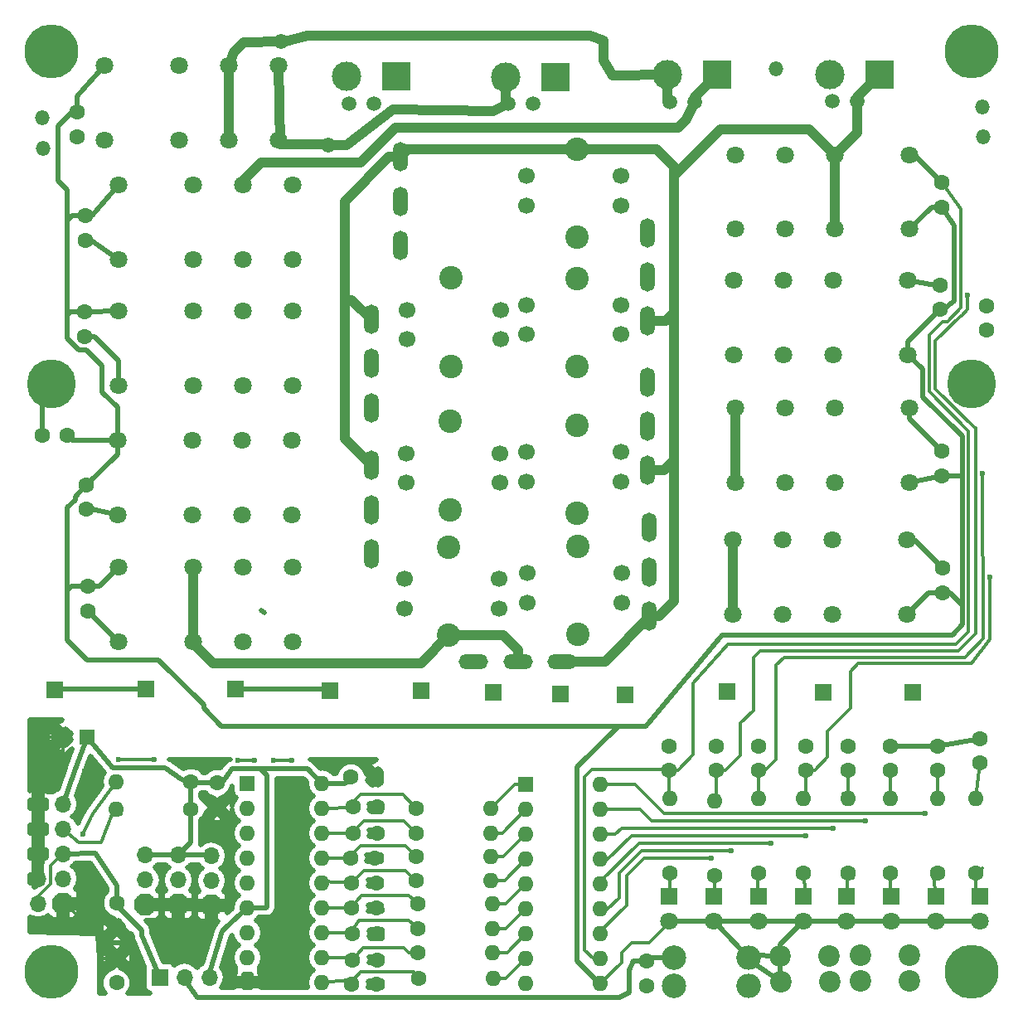
<source format=gbr>
G04 #@! TF.FileFunction,Copper,L2,Bot,Signal*
%FSLAX46Y46*%
G04 Gerber Fmt 4.6, Leading zero omitted, Abs format (unit mm)*
G04 Created by KiCad (PCBNEW 4.0.7) date 11/29/19 16:36:47*
%MOMM*%
%LPD*%
G01*
G04 APERTURE LIST*
%ADD10C,0.100000*%
%ADD11C,1.600000*%
%ADD12R,1.600000X1.600000*%
%ADD13O,1.600000X1.600000*%
%ADD14C,2.500000*%
%ADD15O,2.500000X2.500000*%
%ADD16R,1.800000X1.800000*%
%ADD17C,1.800000*%
%ADD18R,1.700000X1.700000*%
%ADD19O,1.700000X1.700000*%
%ADD20C,5.500000*%
%ADD21O,1.500000X3.000000*%
%ADD22O,3.000000X1.500000*%
%ADD23C,2.200000*%
%ADD24C,1.700000*%
%ADD25C,2.400000*%
%ADD26O,1.500000X1.500000*%
%ADD27C,1.500000*%
%ADD28R,3.000000X3.000000*%
%ADD29C,3.000000*%
%ADD30C,5.000000*%
%ADD31C,0.600000*%
%ADD32C,0.500000*%
%ADD33C,0.350000*%
%ADD34C,1.000000*%
G04 APERTURE END LIST*
D10*
D11*
X52100000Y-92250000D03*
X54600000Y-92250000D03*
D12*
X73025000Y-127762000D03*
D13*
X80645000Y-148082000D03*
X73025000Y-130302000D03*
X80645000Y-145542000D03*
X73025000Y-132842000D03*
X80645000Y-143002000D03*
X73025000Y-135382000D03*
X80645000Y-140462000D03*
X73025000Y-137922000D03*
X80645000Y-137922000D03*
X73025000Y-140462000D03*
X80645000Y-135382000D03*
X73025000Y-143002000D03*
X80645000Y-132842000D03*
X73025000Y-145542000D03*
X80645000Y-130302000D03*
X73025000Y-148082000D03*
X80645000Y-127762000D03*
D14*
X116586000Y-145542000D03*
D15*
X124206000Y-145542000D03*
D16*
X138811000Y-139319000D03*
D17*
X138811000Y-141859000D03*
D11*
X67259200Y-127609600D03*
D13*
X59639200Y-127609600D03*
D16*
X125222000Y-139319000D03*
D17*
X125222000Y-141859000D03*
D11*
X143510000Y-136906000D03*
D13*
X143510000Y-129286000D03*
D16*
X120650000Y-139319000D03*
D17*
X120650000Y-141859000D03*
D12*
X101473000Y-127889000D03*
D13*
X109093000Y-148209000D03*
X101473000Y-130429000D03*
X109093000Y-145669000D03*
X101473000Y-132969000D03*
X109093000Y-143129000D03*
X101473000Y-135509000D03*
X109093000Y-140589000D03*
X101473000Y-138049000D03*
X109093000Y-138049000D03*
X101473000Y-140589000D03*
X109093000Y-135509000D03*
X101473000Y-143129000D03*
X109093000Y-132969000D03*
X101473000Y-145669000D03*
X109093000Y-130429000D03*
X101473000Y-148209000D03*
X109093000Y-127889000D03*
D11*
X116078000Y-123952000D03*
X116078000Y-126452000D03*
X120904000Y-123952000D03*
X120904000Y-126452000D03*
X125222000Y-123952000D03*
X125222000Y-126452000D03*
X130048000Y-123952000D03*
X130048000Y-126452000D03*
X134366000Y-123952000D03*
X134366000Y-126452000D03*
X138684000Y-123952000D03*
X138684000Y-126452000D03*
X143510000Y-123952000D03*
X143510000Y-126452000D03*
X147828000Y-123190000D03*
X147828000Y-125690000D03*
X69926200Y-130225800D03*
X69926200Y-127725800D03*
D18*
X69342000Y-140258800D03*
D19*
X69342000Y-137718800D03*
X69342000Y-135178800D03*
D18*
X65963800Y-140182600D03*
D19*
X65963800Y-137642600D03*
X65963800Y-135102600D03*
D18*
X62611000Y-140182600D03*
D19*
X62611000Y-137642600D03*
X62611000Y-135102600D03*
D11*
X67259200Y-130378200D03*
D13*
X59639200Y-130378200D03*
D20*
X53000000Y-147000000D03*
X147002500Y-147002500D03*
D16*
X129794000Y-139319000D03*
D17*
X129794000Y-141859000D03*
D16*
X134239000Y-139319000D03*
D17*
X134239000Y-141859000D03*
D16*
X143383000Y-139319000D03*
D17*
X143383000Y-141859000D03*
D16*
X147828000Y-139319000D03*
D17*
X147828000Y-141859000D03*
D11*
X116141500Y-136969500D03*
D13*
X116141500Y-129349500D03*
D11*
X120777000Y-137160000D03*
D13*
X120777000Y-129540000D03*
D11*
X125222000Y-136906000D03*
D13*
X125222000Y-129286000D03*
D11*
X129794000Y-136906000D03*
D13*
X129794000Y-129286000D03*
D11*
X134366000Y-136906000D03*
D13*
X134366000Y-129286000D03*
D11*
X138684000Y-136906000D03*
D13*
X138684000Y-129286000D03*
D11*
X147447000Y-136906000D03*
D13*
X147447000Y-129286000D03*
D11*
X86106000Y-127152400D03*
X83606000Y-127152400D03*
D21*
X88646000Y-68326000D03*
X88646000Y-63826000D03*
X88646000Y-72826000D03*
X85661500Y-84899500D03*
X85661500Y-80399500D03*
X85661500Y-89399500D03*
X85725000Y-99822000D03*
X85725000Y-95322000D03*
X85725000Y-104322000D03*
X114046000Y-106172000D03*
X114046000Y-110672000D03*
X114046000Y-101672000D03*
X113880000Y-91310000D03*
X113880000Y-95810000D03*
X113880000Y-86810000D03*
X113875000Y-76050000D03*
X113875000Y-80550000D03*
X113875000Y-71550000D03*
D22*
X100647500Y-115316000D03*
X105147500Y-115316000D03*
X96147500Y-115316000D03*
D18*
X140970000Y-118491000D03*
X111569500Y-118745000D03*
X90805000Y-118300500D03*
X98107500Y-118491000D03*
X53340000Y-118237000D03*
X81470500Y-118300500D03*
X105029000Y-118681500D03*
X62674500Y-118173500D03*
X71818500Y-118173500D03*
X121983500Y-118364000D03*
X131826000Y-118491000D03*
D11*
X90297000Y-130302000D03*
D13*
X97917000Y-130302000D03*
D11*
X90297000Y-132842000D03*
D13*
X97917000Y-132842000D03*
D11*
X90297000Y-135255000D03*
D13*
X97917000Y-135255000D03*
D11*
X90297000Y-137668000D03*
D13*
X97917000Y-137668000D03*
D11*
X90424000Y-140081000D03*
D13*
X98044000Y-140081000D03*
D11*
X90424000Y-142621000D03*
D13*
X98044000Y-142621000D03*
D11*
X90424000Y-145034000D03*
D13*
X98044000Y-145034000D03*
D11*
X90551000Y-147701000D03*
D13*
X98171000Y-147701000D03*
D16*
X116078000Y-139319000D03*
D17*
X116078000Y-141859000D03*
D11*
X83820000Y-130175000D03*
X86320000Y-130175000D03*
X83820000Y-132842000D03*
X86320000Y-132842000D03*
X83566000Y-135382000D03*
X86066000Y-135382000D03*
X83693000Y-137922000D03*
X86193000Y-137922000D03*
X83693000Y-140525500D03*
X86193000Y-140525500D03*
X83756500Y-143129000D03*
X86256500Y-143129000D03*
X83756500Y-145796000D03*
X86256500Y-145796000D03*
X83693000Y-148272500D03*
X86193000Y-148272500D03*
D14*
X116586000Y-148463000D03*
D15*
X124206000Y-148463000D03*
D11*
X59664600Y-148132800D03*
X59664600Y-145632800D03*
X59690000Y-142494000D03*
X59690000Y-139994000D03*
D18*
X54203600Y-140035280D03*
D19*
X51663600Y-140035280D03*
X54203600Y-137495280D03*
X51663600Y-137495280D03*
X54203600Y-134955280D03*
X51663600Y-134955280D03*
X54203600Y-132415280D03*
X51663600Y-132415280D03*
X54203600Y-129875280D03*
X51663600Y-129875280D03*
D11*
X55676800Y-59232800D03*
X55676800Y-61732800D03*
X56400000Y-79650000D03*
X56400000Y-82150000D03*
X56600000Y-97300000D03*
X56600000Y-99800000D03*
X56718200Y-107670600D03*
X56718200Y-110170600D03*
X56464200Y-69799200D03*
X56464200Y-72299200D03*
X143992600Y-108305600D03*
X143992600Y-105805600D03*
X143950000Y-96350000D03*
X143950000Y-93850000D03*
X143800000Y-79400000D03*
X143800000Y-76900000D03*
X143941800Y-68910200D03*
X143941800Y-66410200D03*
D12*
X56657240Y-123027440D03*
D11*
X54157240Y-123027440D03*
D23*
X127508000Y-148005800D03*
X132508000Y-148005800D03*
X140665200Y-147980400D03*
X135665200Y-147980400D03*
D18*
X64068960Y-147579080D03*
D19*
X66608960Y-147579080D03*
X69148960Y-147579080D03*
D11*
X113792000Y-148437600D03*
X113792000Y-145937600D03*
D23*
X127467360Y-145409920D03*
X132467360Y-145409920D03*
X140655040Y-145348960D03*
X135655040Y-145348960D03*
D20*
X147000000Y-53000000D03*
D24*
X89208000Y-94079000D03*
X89208000Y-97079000D03*
X98811000Y-94079000D03*
X98811000Y-97079000D03*
D25*
X93700000Y-90825000D03*
X93700000Y-99825000D03*
D24*
X89107000Y-106902500D03*
X89107000Y-109902500D03*
X98710000Y-106902500D03*
X98710000Y-109902500D03*
D25*
X93599000Y-103648500D03*
X93599000Y-112648500D03*
D24*
X111235500Y-109315000D03*
X111235500Y-106315000D03*
X101632500Y-109315000D03*
X101632500Y-106315000D03*
D25*
X106743500Y-112569000D03*
X106743500Y-103569000D03*
D24*
X111167000Y-96946000D03*
X111167000Y-93946000D03*
X101564000Y-96946000D03*
X101564000Y-93946000D03*
D25*
X106675000Y-100200000D03*
X106675000Y-91200000D03*
D24*
X111167000Y-68771000D03*
X111167000Y-65771000D03*
X101564000Y-68771000D03*
X101564000Y-65771000D03*
D25*
X106675000Y-72025000D03*
X106675000Y-63025000D03*
D24*
X111167000Y-81946000D03*
X111167000Y-78946000D03*
X101564000Y-81946000D03*
X101564000Y-78946000D03*
D25*
X106675000Y-85200000D03*
X106675000Y-76200000D03*
D24*
X89308000Y-79429000D03*
X89308000Y-82429000D03*
X98911000Y-79429000D03*
X98911000Y-82429000D03*
D25*
X93800000Y-76175000D03*
X93800000Y-85175000D03*
D17*
X66088240Y-54493000D03*
X76248240Y-54493000D03*
X71168240Y-54493000D03*
X71168240Y-62093000D03*
X66088240Y-62093000D03*
X76248240Y-62093000D03*
X58468240Y-54493000D03*
X58468240Y-62093000D03*
X67470000Y-66685000D03*
X77630000Y-66685000D03*
X72550000Y-66685000D03*
X72550000Y-74285000D03*
X67470000Y-74285000D03*
X77630000Y-74285000D03*
X59850000Y-66685000D03*
X59850000Y-74285000D03*
X67470000Y-79512000D03*
X77630000Y-79512000D03*
X72550000Y-79512000D03*
X72550000Y-87112000D03*
X67470000Y-87112000D03*
X77630000Y-87112000D03*
X59850000Y-79512000D03*
X59850000Y-87112000D03*
X67368400Y-92770800D03*
X77528400Y-92770800D03*
X72448400Y-92770800D03*
X72448400Y-100370800D03*
X67368400Y-100370800D03*
X77528400Y-100370800D03*
X59748400Y-92770800D03*
X59748400Y-100370800D03*
X67495400Y-105724800D03*
X77655400Y-105724800D03*
X72575400Y-105724800D03*
X72575400Y-113324800D03*
X67495400Y-113324800D03*
X77655400Y-113324800D03*
X59875400Y-105724800D03*
X59875400Y-113324800D03*
X132732800Y-110530800D03*
X122572800Y-110530800D03*
X127652800Y-110530800D03*
X127652800Y-102930800D03*
X132732800Y-102930800D03*
X122572800Y-102930800D03*
X140352800Y-110530800D03*
X140352800Y-102930800D03*
X133012200Y-97068800D03*
X122852200Y-97068800D03*
X127932200Y-97068800D03*
X127932200Y-89468800D03*
X133012200Y-89468800D03*
X122852200Y-89468800D03*
X140632200Y-97068800D03*
X140632200Y-89468800D03*
X132885200Y-83987800D03*
X122725200Y-83987800D03*
X127805200Y-83987800D03*
X127805200Y-76387800D03*
X132885200Y-76387800D03*
X122725200Y-76387800D03*
X140505200Y-83987800D03*
X140505200Y-76387800D03*
X133012200Y-71186200D03*
X122852200Y-71186200D03*
X127932200Y-71186200D03*
X127932200Y-63586200D03*
X133012200Y-63586200D03*
X122852200Y-63586200D03*
X140632200Y-71186200D03*
X140632200Y-63586200D03*
D26*
X127000000Y-54800500D03*
X81254600Y-62560200D03*
X148107400Y-58714640D03*
X148148040Y-61762640D03*
X52151280Y-62976760D03*
X52095400Y-59791600D03*
D20*
X53000000Y-53000000D03*
D26*
X76459080Y-52024280D03*
D27*
X135331200Y-58150800D03*
X132791200Y-58150800D03*
D28*
X137617200Y-55422800D03*
D29*
X132537200Y-55422800D03*
D27*
X118681500Y-58163500D03*
X116141500Y-58163500D03*
D28*
X120967500Y-55435500D03*
D29*
X115887500Y-55435500D03*
D27*
X102235000Y-58354000D03*
X99695000Y-58354000D03*
D28*
X104521000Y-55626000D03*
D29*
X99441000Y-55626000D03*
D27*
X85953600Y-58328600D03*
X83413600Y-58328600D03*
D28*
X88239600Y-55600600D03*
D29*
X83159600Y-55600600D03*
D11*
X148550000Y-81500000D03*
X148550000Y-79000000D03*
D30*
X53000000Y-87000000D03*
X147000000Y-87000000D03*
D31*
X76517500Y-147828000D03*
X76835000Y-145415000D03*
X76898500Y-142811500D03*
X76835000Y-140271500D03*
X77279500Y-137160000D03*
X77216000Y-134620000D03*
X77343000Y-132080000D03*
X77406500Y-129794000D03*
X77406500Y-127635000D03*
X54483000Y-125730000D03*
X56388000Y-126492000D03*
X57975500Y-126365000D03*
X59880500Y-125349000D03*
X63500000Y-125349000D03*
X66040000Y-125476000D03*
X69088000Y-125476000D03*
X72072500Y-125412500D03*
X73787000Y-125412500D03*
X75692000Y-125412500D03*
X77597000Y-125412500D03*
X57975500Y-145351500D03*
X57721500Y-143637000D03*
X57277000Y-141986000D03*
X56007000Y-141605000D03*
X51244500Y-127889000D03*
X51181000Y-126365000D03*
X51308000Y-124650500D03*
X51689000Y-122682000D03*
X146600000Y-77950000D03*
X120396000Y-135382000D03*
X148100000Y-96100000D03*
X122428000Y-134620000D03*
X148854160Y-106710480D03*
X126492000Y-133858000D03*
X130048000Y-133096000D03*
X132842000Y-132334000D03*
X136144000Y-131572000D03*
X142240000Y-130810000D03*
X56261000Y-132918200D03*
D32*
X74461600Y-110083600D02*
X74772000Y-110394000D01*
D33*
X74461600Y-110083600D02*
X74772000Y-110394000D01*
D34*
X67495400Y-113324800D02*
X67495400Y-105724800D01*
X67495400Y-113324800D02*
X67495400Y-113444000D01*
X67495400Y-113444000D02*
X69545200Y-115493800D01*
X74879200Y-115493800D02*
X90741000Y-115506500D01*
X90741000Y-115506500D02*
X93599000Y-112648500D01*
X69545200Y-115493800D02*
X74879200Y-115493800D01*
X93599000Y-112648500D02*
X99123000Y-112648500D01*
X100647500Y-114173000D02*
X100647500Y-115316000D01*
X99123000Y-112648500D02*
X100647500Y-114173000D01*
X122572800Y-102930800D02*
X122572800Y-110530800D01*
X122852200Y-89468800D02*
X122852200Y-97068800D01*
X118681500Y-58163500D02*
X117906800Y-59969400D01*
X117043200Y-60833000D02*
X114173000Y-60833000D01*
X117906800Y-59969400D02*
X117043200Y-60833000D01*
X118681500Y-58163500D02*
X118681500Y-57721500D01*
X118681500Y-57721500D02*
X120967500Y-55435500D01*
X72550000Y-66685000D02*
X72550000Y-66261000D01*
X72550000Y-66261000D02*
X74422000Y-64389000D01*
X88138000Y-60833000D02*
X114173000Y-60833000D01*
X84582000Y-64389000D02*
X88138000Y-60833000D01*
X74422000Y-64389000D02*
X84582000Y-64389000D01*
D33*
X76835000Y-142875000D02*
X76835000Y-145415000D01*
X76898500Y-142811500D02*
X76835000Y-142875000D01*
X76835000Y-137604500D02*
X76835000Y-140271500D01*
X77279500Y-137160000D02*
X76835000Y-137604500D01*
X77216000Y-132207000D02*
X77216000Y-134620000D01*
X77343000Y-132080000D02*
X77216000Y-132207000D01*
X77406500Y-127635000D02*
X77406500Y-129794000D01*
X54157240Y-125404240D02*
X54483000Y-125730000D01*
X56388000Y-126492000D02*
X56515000Y-126365000D01*
X56515000Y-126365000D02*
X57975500Y-126365000D01*
X59880500Y-125349000D02*
X63500000Y-125349000D01*
X66040000Y-125476000D02*
X69088000Y-125476000D01*
X72072500Y-125412500D02*
X73787000Y-125412500D01*
X75692000Y-125412500D02*
X77597000Y-125412500D01*
X54157240Y-123027440D02*
X54157240Y-125404240D01*
X54203600Y-140035280D02*
X54437280Y-140035280D01*
X54437280Y-140035280D02*
X56007000Y-141605000D01*
X58256800Y-145632800D02*
X59664600Y-145632800D01*
X57975500Y-145351500D02*
X58256800Y-145632800D01*
X57721500Y-142430500D02*
X57721500Y-143637000D01*
X57277000Y-141986000D02*
X57721500Y-142430500D01*
X54157240Y-123027440D02*
X52034440Y-123027440D01*
X51663600Y-128308100D02*
X51663600Y-129875280D01*
X51244500Y-127889000D02*
X51663600Y-128308100D01*
X51181000Y-124777500D02*
X51181000Y-126365000D01*
X51308000Y-124650500D02*
X51181000Y-124777500D01*
X52034440Y-123027440D02*
X51689000Y-122682000D01*
X146685000Y-91900000D02*
X146685000Y-91785000D01*
X144500000Y-80600000D02*
X145885000Y-79215000D01*
X144000000Y-80600000D02*
X144500000Y-80600000D01*
X142650000Y-81950000D02*
X144000000Y-80600000D01*
X142650000Y-87750000D02*
X142650000Y-81950000D01*
X146685000Y-91785000D02*
X142650000Y-87750000D01*
X145885000Y-79215000D02*
X145885000Y-69153400D01*
X145885000Y-69153400D02*
X143941800Y-66410200D01*
X146685000Y-112318800D02*
X146685000Y-91900000D01*
X116981600Y-126452000D02*
X118567200Y-124866400D01*
X118567200Y-124866400D02*
X118562120Y-117561360D01*
X118562120Y-117561360D02*
X122072400Y-113588800D01*
X122072400Y-113588800D02*
X145415000Y-113588800D01*
X145415000Y-113588800D02*
X146685000Y-112318800D01*
X116078000Y-126452000D02*
X116981600Y-126452000D01*
D32*
X140632200Y-63586200D02*
X141117800Y-63586200D01*
X141117800Y-63586200D02*
X143941800Y-66410200D01*
D33*
X109093000Y-145669000D02*
X108369100Y-145669000D01*
X108369100Y-145669000D02*
X107480100Y-144780000D01*
X108242100Y-126377700D02*
X116003700Y-126377700D01*
X107480100Y-127139700D02*
X108242100Y-126377700D01*
X107480100Y-144780000D02*
X107480100Y-127139700D01*
X116003700Y-126377700D02*
X116078000Y-126452000D01*
X116078000Y-126452000D02*
X116078000Y-129286000D01*
X116078000Y-129286000D02*
X116141500Y-129349500D01*
X145863910Y-80013910D02*
X145986090Y-80013910D01*
X146600000Y-79400000D02*
X146600000Y-77950000D01*
X145986090Y-80013910D02*
X146600000Y-79400000D01*
X147396200Y-91450000D02*
X147300000Y-91450000D01*
X143300000Y-82577820D02*
X145863910Y-80013910D01*
X145863910Y-80013910D02*
X145871020Y-80006800D01*
X143300000Y-87450000D02*
X143300000Y-82577820D01*
X147300000Y-91450000D02*
X143300000Y-87450000D01*
X120904000Y-126452000D02*
X121833000Y-126452000D01*
X121833000Y-126452000D02*
X123393200Y-124891800D01*
X123393200Y-124891800D02*
X123393200Y-121640600D01*
X123393200Y-121640600D02*
X124714000Y-120319800D01*
X124714000Y-120319800D02*
X124714000Y-114926202D01*
X124714000Y-114926202D02*
X125365602Y-114274600D01*
X125365602Y-114274600D02*
X145618200Y-114274600D01*
X145618200Y-114274600D02*
X147396200Y-112496600D01*
X147396200Y-112496600D02*
X147396200Y-91450000D01*
D32*
X143800000Y-76900000D02*
X143289000Y-76900000D01*
X143289000Y-76900000D02*
X140505200Y-76387800D01*
D33*
X109093000Y-143129000D02*
X109093000Y-142875000D01*
X109093000Y-142875000D02*
X111760000Y-140208000D01*
X111760000Y-140208000D02*
X111760000Y-137160000D01*
X111760000Y-137160000D02*
X113538000Y-135382000D01*
X113538000Y-135382000D02*
X120396000Y-135382000D01*
X120904000Y-126452000D02*
X120904000Y-129413000D01*
X120904000Y-129413000D02*
X120777000Y-129540000D01*
D32*
X140632200Y-89468800D02*
X140632200Y-90532200D01*
X140632200Y-90532200D02*
X143950000Y-93850000D01*
D33*
X125222000Y-126452000D02*
X125871600Y-126452000D01*
X125871600Y-126452000D02*
X127025400Y-125298200D01*
X127025400Y-125298200D02*
X127025400Y-115722400D01*
X127025400Y-115722400D02*
X127863600Y-114884200D01*
X127863600Y-114884200D02*
X146304000Y-114884200D01*
X146304000Y-114884200D02*
X148137880Y-112963960D01*
X148137880Y-112963960D02*
X148100000Y-96100000D01*
X109093000Y-140589000D02*
X109855000Y-140589000D01*
X109855000Y-140589000D02*
X110998000Y-139446000D01*
X113284000Y-134620000D02*
X122428000Y-134620000D01*
X110998000Y-136906000D02*
X113284000Y-134620000D01*
X110998000Y-139446000D02*
X110998000Y-136906000D01*
X125222000Y-126452000D02*
X125222000Y-129286000D01*
X109093000Y-140589000D02*
X109093000Y-140081000D01*
X130048000Y-126452000D02*
X130951600Y-126452000D01*
X148854160Y-113060480D02*
X148854160Y-106710480D01*
X146964400Y-115519200D02*
X148854160Y-113060480D01*
X135432800Y-115519200D02*
X146964400Y-115519200D01*
X134620000Y-116332000D02*
X135432800Y-115519200D01*
X134620000Y-120116600D02*
X134620000Y-116332000D01*
X132283200Y-122453400D02*
X134620000Y-120116600D01*
X132283200Y-125120400D02*
X132283200Y-122453400D01*
X130951600Y-126452000D02*
X132283200Y-125120400D01*
D32*
X140352800Y-102930800D02*
X141117800Y-102930800D01*
X141117800Y-102930800D02*
X143992600Y-105805600D01*
D33*
X130048000Y-126452000D02*
X130786500Y-126452000D01*
X109093000Y-138049000D02*
X109093000Y-137795000D01*
X109093000Y-137795000D02*
X113030000Y-133858000D01*
X113030000Y-133858000D02*
X126492000Y-133858000D01*
X130048000Y-126452000D02*
X130048000Y-129032000D01*
X130048000Y-129032000D02*
X129794000Y-129286000D01*
D32*
X56718200Y-110170600D02*
X56721200Y-110170600D01*
X56721200Y-110170600D02*
X59875400Y-113324800D01*
D33*
X109093000Y-135509000D02*
X109855000Y-135509000D01*
X109855000Y-135509000D02*
X112268000Y-133096000D01*
X112268000Y-133096000D02*
X130048000Y-133096000D01*
X134366000Y-126452000D02*
X134366000Y-129286000D01*
X133858000Y-128778000D02*
X134366000Y-129286000D01*
D32*
X56600000Y-99800000D02*
X57161800Y-99800000D01*
X57161800Y-99800000D02*
X59748400Y-100370800D01*
D33*
X109093000Y-132969000D02*
X110617000Y-132969000D01*
X111252000Y-132334000D02*
X132842000Y-132334000D01*
X110617000Y-132969000D02*
X111252000Y-132334000D01*
X138684000Y-129286000D02*
X138684000Y-126452000D01*
D32*
X59850000Y-87112000D02*
X59850000Y-84600000D01*
X59850000Y-84600000D02*
X57400000Y-82150000D01*
X57400000Y-82150000D02*
X56400000Y-82150000D01*
D33*
X109093000Y-130429000D02*
X113157000Y-130429000D01*
X114300000Y-131572000D02*
X136144000Y-131572000D01*
X113157000Y-130429000D02*
X114300000Y-131572000D01*
X143510000Y-126452000D02*
X143510000Y-129286000D01*
D32*
X56464200Y-72299200D02*
X57051400Y-72299200D01*
X57051400Y-72299200D02*
X59850000Y-74285000D01*
D33*
X109093000Y-127889000D02*
X112649000Y-127889000D01*
X112649000Y-127889000D02*
X115570000Y-130810000D01*
X115570000Y-130810000D02*
X142240000Y-130810000D01*
X147828000Y-125690000D02*
X147447000Y-129286000D01*
X54203600Y-129875280D02*
X54020720Y-129875280D01*
D32*
X73025000Y-140462000D02*
X74955400Y-140462000D01*
X75046840Y-126959360D02*
X74350880Y-126263400D01*
X75046840Y-140370560D02*
X75046840Y-126959360D01*
X74955400Y-140462000D02*
X75046840Y-140370560D01*
X69148960Y-147579080D02*
X69047360Y-147579080D01*
X69047360Y-147579080D02*
X70469760Y-142890240D01*
X70469760Y-142890240D02*
X70774560Y-142565120D01*
X70774560Y-142565120D02*
X73025000Y-140462000D01*
X65963800Y-135102600D02*
X62611000Y-135102600D01*
X65963800Y-135102600D02*
X69265800Y-135102600D01*
X69265800Y-135102600D02*
X69342000Y-135178800D01*
X67259200Y-130378200D02*
X67259200Y-133807200D01*
X67259200Y-133807200D02*
X65963800Y-135102600D01*
X67259200Y-127609600D02*
X66294000Y-127355600D01*
X59283600Y-126161800D02*
X56657240Y-123027440D01*
X64592200Y-126161800D02*
X59283600Y-126161800D01*
X66294000Y-127355600D02*
X64592200Y-126161800D01*
X69926200Y-127725800D02*
X70445000Y-127725800D01*
X70445000Y-127725800D02*
X71501000Y-126263400D01*
X71501000Y-126263400D02*
X74350880Y-126263400D01*
X79146400Y-126263400D02*
X80645000Y-127762000D01*
X74350880Y-126263400D02*
X79146400Y-126263400D01*
X67259200Y-127609600D02*
X67208400Y-130327400D01*
X67208400Y-130327400D02*
X67259200Y-130378200D01*
X67259200Y-127609600D02*
X69864600Y-127787400D01*
X69864600Y-127787400D02*
X69926200Y-127725800D01*
X80645000Y-127762000D02*
X82996400Y-127762000D01*
X82996400Y-127762000D02*
X83606000Y-127152400D01*
X54203600Y-129875280D02*
X55372000Y-126492000D01*
X55372000Y-126492000D02*
X56769000Y-122875040D01*
D34*
X56769000Y-122875040D02*
X56769000Y-123129040D01*
D33*
X72390000Y-135382000D02*
X73025000Y-135382000D01*
X72898000Y-132842000D02*
X73025000Y-132842000D01*
D34*
X135331200Y-58150800D02*
X135331200Y-57708800D01*
X135331200Y-57708800D02*
X137617200Y-55422800D01*
X133012200Y-63586200D02*
X133035200Y-63586200D01*
X133035200Y-63586200D02*
X135331200Y-61290200D01*
X135331200Y-61290200D02*
X135331200Y-58150800D01*
X113576100Y-63025000D02*
X114802900Y-63025000D01*
X114802900Y-63025000D02*
X116586000Y-64808100D01*
X123786900Y-60960000D02*
X121348500Y-60960000D01*
X123786900Y-60960000D02*
X130386000Y-60960000D01*
X133012200Y-63586200D02*
X130386000Y-60960000D01*
X121348500Y-60960000D02*
X116586000Y-65722500D01*
X133012200Y-71186200D02*
X133012200Y-63586200D01*
X82994500Y-78422500D02*
X83684500Y-78422500D01*
X83684500Y-78422500D02*
X85661500Y-80399500D01*
X88646000Y-63826000D02*
X87494500Y-63826000D01*
X82994500Y-92591500D02*
X85725000Y-95322000D01*
X82994500Y-68326000D02*
X82994500Y-78422500D01*
X82994500Y-78422500D02*
X82994500Y-92591500D01*
X87494500Y-63826000D02*
X82994500Y-68326000D01*
X106675000Y-63025000D02*
X89447000Y-63025000D01*
X89447000Y-63025000D02*
X88646000Y-63826000D01*
X114046000Y-110672000D02*
X114046000Y-110807500D01*
X114046000Y-110807500D02*
X109537500Y-115316000D01*
X109537500Y-115316000D02*
X105147500Y-115316000D01*
X106675000Y-63025000D02*
X113576100Y-63025000D01*
X116586000Y-65722500D02*
X116586000Y-64808100D01*
X113880000Y-95810000D02*
X115581500Y-95810000D01*
X115581500Y-95810000D02*
X116586000Y-94805500D01*
X114046000Y-110672000D02*
X115070500Y-110672000D01*
X116586000Y-109156500D02*
X116586000Y-94805500D01*
X116586000Y-94805500D02*
X116586000Y-79692500D01*
X115070500Y-110672000D02*
X116586000Y-109156500D01*
X113875000Y-80550000D02*
X115728500Y-80550000D01*
X116586000Y-79692500D02*
X116586000Y-65722500D01*
X115728500Y-80550000D02*
X116586000Y-79692500D01*
X76375240Y-62474000D02*
X80914400Y-62474000D01*
X80914400Y-62474000D02*
X81254600Y-62560200D01*
X76248240Y-54493000D02*
X76375240Y-62474000D01*
X81254600Y-62560200D02*
X83174840Y-62560200D01*
X98117700Y-59131200D02*
X99695000Y-58354000D01*
X87929720Y-58983880D02*
X98117700Y-59131200D01*
X83174840Y-62560200D02*
X87929720Y-58983880D01*
X99441000Y-55626000D02*
X99441000Y-58100000D01*
X99441000Y-58100000D02*
X99695000Y-58354000D01*
X98679000Y-56388000D02*
X99441000Y-55626000D01*
D33*
X116141500Y-136969500D02*
X116141500Y-139255500D01*
X116141500Y-139255500D02*
X116078000Y-139319000D01*
X120777000Y-137160000D02*
X120777000Y-139192000D01*
X120777000Y-139192000D02*
X120650000Y-139319000D01*
X125222000Y-136906000D02*
X125095000Y-139192000D01*
X125095000Y-139192000D02*
X125222000Y-139319000D01*
X129794000Y-136906000D02*
X130048000Y-139065000D01*
X130048000Y-139065000D02*
X129794000Y-139319000D01*
X130144520Y-137256520D02*
X129794000Y-136906000D01*
X134239000Y-139319000D02*
X134366000Y-136906000D01*
X134879080Y-137419080D02*
X134366000Y-136906000D01*
X138684000Y-136906000D02*
X138684000Y-139192000D01*
X138684000Y-139192000D02*
X138811000Y-139319000D01*
X143383000Y-139319000D02*
X143129000Y-137287000D01*
X143129000Y-137287000D02*
X143510000Y-136906000D01*
X147447000Y-136906000D02*
X147447000Y-138938000D01*
X147447000Y-138938000D02*
X147828000Y-139319000D01*
X148463000Y-138684000D02*
X147828000Y-139319000D01*
X147929600Y-136601200D02*
X148082000Y-136448800D01*
D32*
X53403500Y-118173500D02*
X53340000Y-118237000D01*
X62674500Y-118173500D02*
X53403500Y-118173500D01*
X71818500Y-118173500D02*
X81343500Y-118173500D01*
X81343500Y-118173500D02*
X81470500Y-118300500D01*
X104838500Y-118491000D02*
X105029000Y-118681500D01*
X97917000Y-118300500D02*
X98107500Y-118491000D01*
X62611000Y-118237000D02*
X62674500Y-118173500D01*
X143510000Y-123952000D02*
X147828000Y-123190000D01*
X143510000Y-123952000D02*
X138684000Y-123952000D01*
X56400000Y-79650000D02*
X54950000Y-79650000D01*
X54950000Y-79650000D02*
X54660800Y-79939200D01*
X59748400Y-92770800D02*
X55120800Y-92770800D01*
X55120800Y-92770800D02*
X54600000Y-92250000D01*
X55425000Y-98475000D02*
X55425000Y-98875000D01*
X55425000Y-98875000D02*
X54660800Y-99639200D01*
X59748400Y-92770800D02*
X59748400Y-89348400D01*
X54660800Y-82270600D02*
X54660800Y-79939200D01*
X54660800Y-82360800D02*
X54660800Y-82270600D01*
X59748400Y-89348400D02*
X58200000Y-87800000D01*
X58200000Y-87800000D02*
X58200000Y-85100000D01*
X58200000Y-85100000D02*
X56600000Y-83500000D01*
X56600000Y-83500000D02*
X55800000Y-83500000D01*
X55800000Y-83500000D02*
X54660800Y-82360800D01*
X59748400Y-92770800D02*
X59748400Y-94151600D01*
X59748400Y-94151600D02*
X56600000Y-97300000D01*
X55425000Y-98475000D02*
X56600000Y-97300000D01*
X146050000Y-96342200D02*
X146050000Y-92350000D01*
X145800000Y-92100000D02*
X142000000Y-88300000D01*
X142000000Y-88300000D02*
X142000000Y-85482600D01*
X142000000Y-85482600D02*
X140505200Y-83987800D01*
X146050000Y-92350000D02*
X145800000Y-92100000D01*
X140505200Y-83987800D02*
X140505200Y-82694800D01*
X140505200Y-82694800D02*
X143800000Y-79400000D01*
X143800000Y-79400000D02*
X144093992Y-79400000D01*
X144093992Y-79400000D02*
X145214495Y-78499836D01*
X145214495Y-78499836D02*
X145224493Y-78499836D01*
X145224493Y-78499836D02*
X145214495Y-78499836D01*
X55676800Y-59232800D02*
X55676800Y-57624800D01*
X55676800Y-57624800D02*
X58468240Y-54493000D01*
X55676800Y-59232800D02*
X55118000Y-59232800D01*
X55118000Y-59232800D02*
X53695600Y-60655200D01*
X53695600Y-60655200D02*
X53695600Y-66243200D01*
X53695600Y-66243200D02*
X54660800Y-67208400D01*
X56464200Y-69799200D02*
X57193000Y-69799200D01*
X57193000Y-69799200D02*
X59850000Y-66685000D01*
X56464200Y-69799200D02*
X55168800Y-69799200D01*
X55168800Y-69799200D02*
X54660800Y-70307200D01*
X63855600Y-115163600D02*
X63957200Y-115163600D01*
X63957200Y-115163600D02*
X68580000Y-119786400D01*
X56642000Y-115163600D02*
X63855600Y-115163600D01*
X68580000Y-120116600D02*
X70383400Y-121920000D01*
X68580000Y-119786400D02*
X68580000Y-120116600D01*
X56718200Y-107670600D02*
X55041800Y-107670600D01*
X55041800Y-107670600D02*
X54660800Y-108051600D01*
X111404400Y-121920000D02*
X70383400Y-121920000D01*
X56642000Y-115163600D02*
X54660800Y-113182400D01*
X54660800Y-113182400D02*
X54660800Y-108051600D01*
X54660800Y-108051600D02*
X54660800Y-99639200D01*
X54660800Y-79939200D02*
X54660800Y-70307200D01*
X54660800Y-70307200D02*
X54660800Y-67208400D01*
X143992600Y-108305600D02*
X144780000Y-108305600D01*
X144780000Y-108305600D02*
X146050000Y-109575600D01*
X143950000Y-96350000D02*
X144077000Y-96350000D01*
X144077000Y-96350000D02*
X146050000Y-96342200D01*
X109093000Y-148209000D02*
X108991400Y-148209000D01*
X108991400Y-148209000D02*
X106680000Y-145897600D01*
X145250000Y-70818400D02*
X143941800Y-68910200D01*
X146050000Y-111506000D02*
X146050000Y-109575600D01*
X146050000Y-109575600D02*
X146050000Y-96342200D01*
X145214495Y-78499836D02*
X145250000Y-70818400D01*
X145064480Y-112628680D02*
X146050000Y-111506000D01*
X121488200Y-112623600D02*
X145064480Y-112628680D01*
X113715800Y-121920000D02*
X121488200Y-112623600D01*
X110896400Y-121920000D02*
X111404400Y-121920000D01*
X111404400Y-121920000D02*
X113715800Y-121920000D01*
X106680000Y-126136400D02*
X110896400Y-121920000D01*
X106680000Y-145897600D02*
X106680000Y-126136400D01*
X56718200Y-107670600D02*
X57929600Y-107670600D01*
X57929600Y-107670600D02*
X59875400Y-105724800D01*
X56400000Y-79650000D02*
X56595400Y-79650000D01*
X56595400Y-79650000D02*
X59850000Y-79512000D01*
X143992600Y-108305600D02*
X142578000Y-108305600D01*
X142578000Y-108305600D02*
X140352800Y-110530800D01*
X143950000Y-96350000D02*
X143100000Y-96550000D01*
X143100000Y-96550000D02*
X140632200Y-97068800D01*
X143941800Y-68910200D02*
X142908200Y-68910200D01*
X142908200Y-68910200D02*
X140632200Y-71186200D01*
X127467360Y-145409920D02*
X127467360Y-144185640D01*
X127467360Y-144185640D02*
X129794000Y-141859000D01*
X127467360Y-145409920D02*
X127467360Y-147965160D01*
X127467360Y-147965160D02*
X127508000Y-148005800D01*
X127467360Y-145409920D02*
X124439680Y-145308320D01*
X124439680Y-145308320D02*
X124206000Y-145542000D01*
D33*
X116078000Y-141859000D02*
X116078000Y-141986000D01*
X116078000Y-141986000D02*
X114046000Y-144018000D01*
X111252000Y-146050000D02*
X109093000Y-148209000D01*
X111252000Y-145034000D02*
X111252000Y-146050000D01*
X112268000Y-144018000D02*
X111252000Y-145034000D01*
X114046000Y-144018000D02*
X112268000Y-144018000D01*
D32*
X124206000Y-145542000D02*
X123291600Y-145135600D01*
X123291600Y-145135600D02*
X127508000Y-148005800D01*
X124206000Y-145542000D02*
X121259600Y-142468600D01*
X121259600Y-142468600D02*
X120650000Y-141859000D01*
X147828000Y-141859000D02*
X143383000Y-141859000D01*
X143383000Y-141859000D02*
X138811000Y-141859000D01*
X134239000Y-141859000D02*
X138811000Y-141859000D01*
X129794000Y-141859000D02*
X134239000Y-141859000D01*
X125222000Y-141859000D02*
X129794000Y-141859000D01*
X120650000Y-141859000D02*
X125222000Y-141859000D01*
X116078000Y-141859000D02*
X120650000Y-141859000D01*
X109093000Y-148209000D02*
X109093000Y-147891500D01*
D33*
X83820000Y-130175000D02*
X83820000Y-129667000D01*
X83820000Y-129667000D02*
X84582000Y-128905000D01*
X88900000Y-128905000D02*
X90297000Y-130302000D01*
X84582000Y-128905000D02*
X88900000Y-128905000D01*
X83820000Y-130175000D02*
X80772000Y-130429000D01*
X80772000Y-130429000D02*
X80645000Y-130302000D01*
X101473000Y-127889000D02*
X100330000Y-127889000D01*
X100330000Y-127889000D02*
X97917000Y-130302000D01*
X83820000Y-132842000D02*
X83820000Y-132715000D01*
X83820000Y-132715000D02*
X84963000Y-131572000D01*
X89027000Y-131572000D02*
X90297000Y-132842000D01*
X84963000Y-131572000D02*
X89027000Y-131572000D01*
X80645000Y-132842000D02*
X83820000Y-132842000D01*
X97917000Y-132842000D02*
X99060000Y-132842000D01*
X99060000Y-132842000D02*
X101473000Y-130429000D01*
X83566000Y-135382000D02*
X83566000Y-135128000D01*
X83566000Y-135128000D02*
X84582000Y-134112000D01*
X89154000Y-134112000D02*
X90297000Y-135255000D01*
X84582000Y-134112000D02*
X89154000Y-134112000D01*
X83566000Y-135382000D02*
X80645000Y-135382000D01*
X97917000Y-135255000D02*
X99187000Y-135255000D01*
X99187000Y-135255000D02*
X101473000Y-132969000D01*
X83693000Y-137922000D02*
X84963000Y-136652000D01*
X89154000Y-136652000D02*
X90170000Y-137668000D01*
X84963000Y-136652000D02*
X89154000Y-136652000D01*
X90170000Y-137668000D02*
X90297000Y-137668000D01*
X83693000Y-137922000D02*
X80772000Y-137795000D01*
X80772000Y-137795000D02*
X80645000Y-137922000D01*
X97917000Y-137668000D02*
X99314000Y-137668000D01*
X99314000Y-137668000D02*
X101473000Y-135509000D01*
X83693000Y-140525500D02*
X83693000Y-140398500D01*
X83693000Y-140398500D02*
X84709000Y-139192000D01*
X89535000Y-139192000D02*
X90424000Y-140081000D01*
X84709000Y-139192000D02*
X89535000Y-139192000D01*
X80645000Y-140462000D02*
X83693000Y-140525500D01*
X98044000Y-140081000D02*
X99441000Y-140081000D01*
X99441000Y-140081000D02*
X101473000Y-138049000D01*
X83756500Y-143129000D02*
X83756500Y-142748000D01*
X83756500Y-142748000D02*
X84455000Y-141732000D01*
X89535000Y-141732000D02*
X90424000Y-142621000D01*
X84455000Y-141732000D02*
X89535000Y-141732000D01*
X80645000Y-143002000D02*
X83629500Y-143002000D01*
X83629500Y-143002000D02*
X83756500Y-143129000D01*
X98044000Y-142621000D02*
X99441000Y-142621000D01*
X99441000Y-142621000D02*
X101473000Y-140589000D01*
X83756500Y-145796000D02*
X84836000Y-144526000D01*
X89535000Y-145034000D02*
X90424000Y-145034000D01*
X89027000Y-144526000D02*
X89535000Y-145034000D01*
X84836000Y-144526000D02*
X89027000Y-144526000D01*
X80645000Y-145542000D02*
X83502500Y-145542000D01*
X83502500Y-145542000D02*
X83756500Y-145796000D01*
X98044000Y-145034000D02*
X99568000Y-145034000D01*
X99568000Y-145034000D02*
X101473000Y-143129000D01*
X83693000Y-148272500D02*
X83693000Y-148018500D01*
X83693000Y-148018500D02*
X84582000Y-147002500D01*
X84582000Y-147002500D02*
X90043000Y-147002500D01*
X90043000Y-147002500D02*
X90551000Y-147701000D01*
X80645000Y-148082000D02*
X83312000Y-147891500D01*
X83312000Y-147891500D02*
X83693000Y-148272500D01*
X98171000Y-147701000D02*
X99441000Y-147701000D01*
X99441000Y-147701000D02*
X101473000Y-145669000D01*
X54203600Y-134955280D02*
X54122320Y-134955280D01*
X54122320Y-134955280D02*
X52908200Y-136169400D01*
X52908200Y-138049000D02*
X51663600Y-139293600D01*
X52908200Y-136169400D02*
X52908200Y-138049000D01*
X51663600Y-139293600D02*
X51663600Y-140035280D01*
X51663600Y-140035280D02*
X51663600Y-139560300D01*
D32*
X59690000Y-139994000D02*
X59690000Y-140208000D01*
X59690000Y-140208000D02*
X62230000Y-142748000D01*
X62230000Y-143256000D02*
X64068960Y-147579080D01*
X62230000Y-142748000D02*
X62230000Y-143256000D01*
X54203600Y-134955280D02*
X57500520Y-134904480D01*
X59690000Y-138176000D02*
X59690000Y-139994000D01*
X57500520Y-134904480D02*
X59690000Y-138176000D01*
D33*
X57302400Y-130784600D02*
X59639200Y-127609600D01*
X57099200Y-131191000D02*
X57302400Y-130784600D01*
X56261000Y-132918200D02*
X57099200Y-131191000D01*
X54203600Y-132415280D02*
X55803800Y-133807200D01*
X58089800Y-133832600D02*
X59283600Y-130733800D01*
X55803800Y-133807200D02*
X58089800Y-133832600D01*
X59283600Y-130733800D02*
X59639200Y-130378200D01*
X60147200Y-130886200D02*
X59639200Y-130378200D01*
X54203600Y-132415280D02*
X54897020Y-132415280D01*
D32*
X116586000Y-145542000D02*
X114187600Y-145542000D01*
X114187600Y-145542000D02*
X113792000Y-145937600D01*
X113792000Y-145937600D02*
X112405800Y-145937600D01*
X112405800Y-145937600D02*
X112039400Y-146837400D01*
X66608960Y-147579080D02*
X66608960Y-147833080D01*
X66608960Y-147833080D02*
X67909440Y-149595840D01*
X67909440Y-149595840D02*
X110998000Y-149606000D01*
X110998000Y-149606000D02*
X112039400Y-149098000D01*
X112039400Y-149098000D02*
X112039400Y-146837400D01*
X116128800Y-145542000D02*
X116586000Y-145542000D01*
D34*
X76459080Y-52024280D02*
X76878180Y-52024280D01*
X76878180Y-52024280D02*
X79133700Y-51447700D01*
X110337600Y-55473600D02*
X115887500Y-55435500D01*
X109423200Y-53987700D02*
X110337600Y-55473600D01*
X109423200Y-51968400D02*
X109423200Y-53987700D01*
X108077000Y-51447700D02*
X109423200Y-51968400D01*
X79133700Y-51447700D02*
X108077000Y-51447700D01*
X76459080Y-52024280D02*
X72644000Y-52070000D01*
X71635600Y-53078400D02*
X71168240Y-54493000D01*
X72644000Y-52070000D02*
X71635600Y-53078400D01*
X71168240Y-62093000D02*
X71168240Y-54493000D01*
X115887500Y-55435500D02*
X115887500Y-57909500D01*
X115887500Y-57909500D02*
X116141500Y-58163500D01*
D32*
X52100000Y-92250000D02*
X52100000Y-87900000D01*
X52100000Y-87900000D02*
X53000000Y-87000000D01*
G36*
X58690000Y-138479753D02*
X58690000Y-138802136D01*
X58376740Y-139114849D01*
X58140270Y-139684333D01*
X58139732Y-140300961D01*
X58375208Y-140870857D01*
X58810849Y-141307260D01*
X59252218Y-141490532D01*
X59690000Y-141928315D01*
X59843051Y-141775264D01*
X60408736Y-142340949D01*
X60255685Y-142494000D01*
X60920805Y-143159119D01*
X61148712Y-143080925D01*
X61230000Y-143162213D01*
X61230000Y-143256000D01*
X61230943Y-143260743D01*
X61230045Y-143265495D01*
X61268961Y-143451874D01*
X61306120Y-143638683D01*
X61308808Y-143642706D01*
X61309796Y-143647438D01*
X62507935Y-146464059D01*
X62454267Y-146729080D01*
X62454267Y-148429080D01*
X62506564Y-148707013D01*
X62670822Y-148962278D01*
X62921452Y-149133526D01*
X63126256Y-149175000D01*
X60814526Y-149175000D01*
X60977860Y-149011951D01*
X61214330Y-148442467D01*
X61214868Y-147825839D01*
X60979392Y-147255943D01*
X60543751Y-146819540D01*
X60102382Y-146636268D01*
X59664600Y-146198485D01*
X59226275Y-146636810D01*
X58787743Y-146818008D01*
X58351340Y-147253649D01*
X58114870Y-147823133D01*
X58114332Y-148439761D01*
X58349808Y-149009657D01*
X58514862Y-149175000D01*
X57925421Y-149175000D01*
X57884424Y-145662864D01*
X58076361Y-145662864D01*
X58185754Y-146212817D01*
X58433795Y-146297919D01*
X59098915Y-145632800D01*
X60230285Y-145632800D01*
X60895405Y-146297919D01*
X61143446Y-146212817D01*
X61252839Y-145602736D01*
X61143446Y-145052783D01*
X60895405Y-144967681D01*
X60230285Y-145632800D01*
X59098915Y-145632800D01*
X58433795Y-144967681D01*
X58185754Y-145052783D01*
X58076361Y-145662864D01*
X57884424Y-145662864D01*
X57869706Y-144401995D01*
X58999481Y-144401995D01*
X59664600Y-145067115D01*
X60329719Y-144401995D01*
X60244617Y-144153954D01*
X59779135Y-144070489D01*
X60270017Y-143972846D01*
X60355119Y-143724805D01*
X59690000Y-143059685D01*
X59024881Y-143724805D01*
X59109983Y-143972846D01*
X59575465Y-144056311D01*
X59084583Y-144153954D01*
X58999481Y-144401995D01*
X57869706Y-144401995D01*
X57857183Y-143329282D01*
X57836353Y-143232254D01*
X57779414Y-143150976D01*
X57695340Y-143098253D01*
X57611570Y-143082238D01*
X50825000Y-142963592D01*
X50825000Y-142524064D01*
X58101761Y-142524064D01*
X58211154Y-143074017D01*
X58459195Y-143159119D01*
X59124315Y-142494000D01*
X58459195Y-141828881D01*
X58211154Y-141913983D01*
X58101761Y-142524064D01*
X50825000Y-142524064D01*
X50825000Y-141383219D01*
X51019961Y-141513487D01*
X51632254Y-141635280D01*
X51694946Y-141635280D01*
X52307239Y-141513487D01*
X52648773Y-141285282D01*
X52698833Y-141285282D01*
X52710998Y-141314652D01*
X52924227Y-141527881D01*
X53202824Y-141643280D01*
X53589100Y-141643280D01*
X53778600Y-141453780D01*
X53778600Y-140460280D01*
X54628600Y-140460280D01*
X54628600Y-141453780D01*
X54818100Y-141643280D01*
X55204376Y-141643280D01*
X55482973Y-141527881D01*
X55696202Y-141314652D01*
X55811600Y-141036055D01*
X55811600Y-140649780D01*
X55622100Y-140460280D01*
X54628600Y-140460280D01*
X53778600Y-140460280D01*
X53353600Y-140460280D01*
X53353600Y-139610280D01*
X53778600Y-139610280D01*
X53778600Y-139185280D01*
X54628600Y-139185280D01*
X54628600Y-139610280D01*
X55622100Y-139610280D01*
X55811600Y-139420780D01*
X55811600Y-139034505D01*
X55696202Y-138755908D01*
X55482973Y-138542679D01*
X55453602Y-138530513D01*
X55453602Y-138496019D01*
X55713153Y-138107573D01*
X55834946Y-137495280D01*
X55713153Y-136882987D01*
X55366317Y-136363909D01*
X55158844Y-136225280D01*
X55366317Y-136086651D01*
X55467025Y-135935931D01*
X56972016Y-135912742D01*
X58690000Y-138479753D01*
X58690000Y-138479753D01*
G37*
X58690000Y-138479753D02*
X58690000Y-138802136D01*
X58376740Y-139114849D01*
X58140270Y-139684333D01*
X58139732Y-140300961D01*
X58375208Y-140870857D01*
X58810849Y-141307260D01*
X59252218Y-141490532D01*
X59690000Y-141928315D01*
X59843051Y-141775264D01*
X60408736Y-142340949D01*
X60255685Y-142494000D01*
X60920805Y-143159119D01*
X61148712Y-143080925D01*
X61230000Y-143162213D01*
X61230000Y-143256000D01*
X61230943Y-143260743D01*
X61230045Y-143265495D01*
X61268961Y-143451874D01*
X61306120Y-143638683D01*
X61308808Y-143642706D01*
X61309796Y-143647438D01*
X62507935Y-146464059D01*
X62454267Y-146729080D01*
X62454267Y-148429080D01*
X62506564Y-148707013D01*
X62670822Y-148962278D01*
X62921452Y-149133526D01*
X63126256Y-149175000D01*
X60814526Y-149175000D01*
X60977860Y-149011951D01*
X61214330Y-148442467D01*
X61214868Y-147825839D01*
X60979392Y-147255943D01*
X60543751Y-146819540D01*
X60102382Y-146636268D01*
X59664600Y-146198485D01*
X59226275Y-146636810D01*
X58787743Y-146818008D01*
X58351340Y-147253649D01*
X58114870Y-147823133D01*
X58114332Y-148439761D01*
X58349808Y-149009657D01*
X58514862Y-149175000D01*
X57925421Y-149175000D01*
X57884424Y-145662864D01*
X58076361Y-145662864D01*
X58185754Y-146212817D01*
X58433795Y-146297919D01*
X59098915Y-145632800D01*
X60230285Y-145632800D01*
X60895405Y-146297919D01*
X61143446Y-146212817D01*
X61252839Y-145602736D01*
X61143446Y-145052783D01*
X60895405Y-144967681D01*
X60230285Y-145632800D01*
X59098915Y-145632800D01*
X58433795Y-144967681D01*
X58185754Y-145052783D01*
X58076361Y-145662864D01*
X57884424Y-145662864D01*
X57869706Y-144401995D01*
X58999481Y-144401995D01*
X59664600Y-145067115D01*
X60329719Y-144401995D01*
X60244617Y-144153954D01*
X59779135Y-144070489D01*
X60270017Y-143972846D01*
X60355119Y-143724805D01*
X59690000Y-143059685D01*
X59024881Y-143724805D01*
X59109983Y-143972846D01*
X59575465Y-144056311D01*
X59084583Y-144153954D01*
X58999481Y-144401995D01*
X57869706Y-144401995D01*
X57857183Y-143329282D01*
X57836353Y-143232254D01*
X57779414Y-143150976D01*
X57695340Y-143098253D01*
X57611570Y-143082238D01*
X50825000Y-142963592D01*
X50825000Y-142524064D01*
X58101761Y-142524064D01*
X58211154Y-143074017D01*
X58459195Y-143159119D01*
X59124315Y-142494000D01*
X58459195Y-141828881D01*
X58211154Y-141913983D01*
X58101761Y-142524064D01*
X50825000Y-142524064D01*
X50825000Y-141383219D01*
X51019961Y-141513487D01*
X51632254Y-141635280D01*
X51694946Y-141635280D01*
X52307239Y-141513487D01*
X52648773Y-141285282D01*
X52698833Y-141285282D01*
X52710998Y-141314652D01*
X52924227Y-141527881D01*
X53202824Y-141643280D01*
X53589100Y-141643280D01*
X53778600Y-141453780D01*
X53778600Y-140460280D01*
X54628600Y-140460280D01*
X54628600Y-141453780D01*
X54818100Y-141643280D01*
X55204376Y-141643280D01*
X55482973Y-141527881D01*
X55696202Y-141314652D01*
X55811600Y-141036055D01*
X55811600Y-140649780D01*
X55622100Y-140460280D01*
X54628600Y-140460280D01*
X53778600Y-140460280D01*
X53353600Y-140460280D01*
X53353600Y-139610280D01*
X53778600Y-139610280D01*
X53778600Y-139185280D01*
X54628600Y-139185280D01*
X54628600Y-139610280D01*
X55622100Y-139610280D01*
X55811600Y-139420780D01*
X55811600Y-139034505D01*
X55696202Y-138755908D01*
X55482973Y-138542679D01*
X55453602Y-138530513D01*
X55453602Y-138496019D01*
X55713153Y-138107573D01*
X55834946Y-137495280D01*
X55713153Y-136882987D01*
X55366317Y-136363909D01*
X55158844Y-136225280D01*
X55366317Y-136086651D01*
X55467025Y-135935931D01*
X56972016Y-135912742D01*
X58690000Y-138479753D01*
G36*
X86771625Y-148259560D02*
X86758685Y-148272500D01*
X86771691Y-148285506D01*
X86772501Y-148600288D01*
X85389090Y-148599961D01*
X85344472Y-148555343D01*
X85627315Y-148272500D01*
X85344472Y-147989658D01*
X85406629Y-147927500D01*
X86770771Y-147927500D01*
X86771625Y-148259560D01*
X86771625Y-148259560D01*
G37*
X86771625Y-148259560D02*
X86758685Y-148272500D01*
X86771691Y-148285506D01*
X86772501Y-148600288D01*
X85389090Y-148599961D01*
X85344472Y-148555343D01*
X85627315Y-148272500D01*
X85344472Y-147989658D01*
X85406629Y-147927500D01*
X86770771Y-147927500D01*
X86771625Y-148259560D01*
G36*
X79092201Y-127623414D02*
X79064634Y-127762000D01*
X79182621Y-128355159D01*
X79518618Y-128858016D01*
X79779004Y-129032000D01*
X79518618Y-129205984D01*
X79182621Y-129708841D01*
X79064634Y-130302000D01*
X79182621Y-130895159D01*
X79518618Y-131398016D01*
X79779004Y-131572000D01*
X79518618Y-131745984D01*
X79182621Y-132248841D01*
X79064634Y-132842000D01*
X79182621Y-133435159D01*
X79518618Y-133938016D01*
X79779004Y-134112000D01*
X79518618Y-134285984D01*
X79182621Y-134788841D01*
X79064634Y-135382000D01*
X79182621Y-135975159D01*
X79518618Y-136478016D01*
X79779004Y-136652000D01*
X79518618Y-136825984D01*
X79182621Y-137328841D01*
X79064634Y-137922000D01*
X79182621Y-138515159D01*
X79518618Y-139018016D01*
X79779004Y-139192000D01*
X79518618Y-139365984D01*
X79182621Y-139868841D01*
X79064634Y-140462000D01*
X79182621Y-141055159D01*
X79518618Y-141558016D01*
X79779004Y-141732000D01*
X79518618Y-141905984D01*
X79182621Y-142408841D01*
X79064634Y-143002000D01*
X79182621Y-143595159D01*
X79518618Y-144098016D01*
X79779004Y-144272000D01*
X79518618Y-144445984D01*
X79182621Y-144948841D01*
X79064634Y-145542000D01*
X79182621Y-146135159D01*
X79518618Y-146638016D01*
X79779004Y-146812000D01*
X79518618Y-146985984D01*
X79182621Y-147488841D01*
X79064634Y-148082000D01*
X79167371Y-148598494D01*
X74391728Y-148597368D01*
X74333737Y-148482000D01*
X73425000Y-148482000D01*
X73425000Y-148597140D01*
X72625000Y-148596952D01*
X72625000Y-148482000D01*
X71716263Y-148482000D01*
X71658596Y-148596724D01*
X70377467Y-148596422D01*
X70627167Y-148222719D01*
X70748960Y-147610426D01*
X70748960Y-147547734D01*
X70627167Y-146935441D01*
X70393638Y-146585940D01*
X71358938Y-143403897D01*
X71481496Y-143273169D01*
X71495896Y-143259711D01*
X71562621Y-143595159D01*
X71898618Y-144098016D01*
X72159004Y-144272000D01*
X71898618Y-144445984D01*
X71562621Y-144948841D01*
X71444634Y-145542000D01*
X71562621Y-146135159D01*
X71822435Y-146524000D01*
X71774998Y-146524000D01*
X71774998Y-147189939D01*
X71600335Y-147451369D01*
X71716263Y-147682000D01*
X72625000Y-147682000D01*
X72625000Y-147282000D01*
X73425000Y-147282000D01*
X73425000Y-147682000D01*
X74333737Y-147682000D01*
X74449665Y-147451369D01*
X74275002Y-147189939D01*
X74275002Y-146524000D01*
X74227565Y-146524000D01*
X74487379Y-146135159D01*
X74605366Y-145542000D01*
X74487379Y-144948841D01*
X74151382Y-144445984D01*
X73890996Y-144272000D01*
X74151382Y-144098016D01*
X74487379Y-143595159D01*
X74605366Y-143002000D01*
X74487379Y-142408841D01*
X74151382Y-141905984D01*
X73890996Y-141732000D01*
X74151382Y-141558016D01*
X74215538Y-141462000D01*
X74955400Y-141462000D01*
X75338084Y-141385880D01*
X75662507Y-141169107D01*
X75753947Y-141077667D01*
X75970720Y-140753244D01*
X76046841Y-140370560D01*
X76046840Y-140370555D01*
X76046840Y-127263400D01*
X78732186Y-127263400D01*
X79092201Y-127623414D01*
X79092201Y-127623414D01*
G37*
X79092201Y-127623414D02*
X79064634Y-127762000D01*
X79182621Y-128355159D01*
X79518618Y-128858016D01*
X79779004Y-129032000D01*
X79518618Y-129205984D01*
X79182621Y-129708841D01*
X79064634Y-130302000D01*
X79182621Y-130895159D01*
X79518618Y-131398016D01*
X79779004Y-131572000D01*
X79518618Y-131745984D01*
X79182621Y-132248841D01*
X79064634Y-132842000D01*
X79182621Y-133435159D01*
X79518618Y-133938016D01*
X79779004Y-134112000D01*
X79518618Y-134285984D01*
X79182621Y-134788841D01*
X79064634Y-135382000D01*
X79182621Y-135975159D01*
X79518618Y-136478016D01*
X79779004Y-136652000D01*
X79518618Y-136825984D01*
X79182621Y-137328841D01*
X79064634Y-137922000D01*
X79182621Y-138515159D01*
X79518618Y-139018016D01*
X79779004Y-139192000D01*
X79518618Y-139365984D01*
X79182621Y-139868841D01*
X79064634Y-140462000D01*
X79182621Y-141055159D01*
X79518618Y-141558016D01*
X79779004Y-141732000D01*
X79518618Y-141905984D01*
X79182621Y-142408841D01*
X79064634Y-143002000D01*
X79182621Y-143595159D01*
X79518618Y-144098016D01*
X79779004Y-144272000D01*
X79518618Y-144445984D01*
X79182621Y-144948841D01*
X79064634Y-145542000D01*
X79182621Y-146135159D01*
X79518618Y-146638016D01*
X79779004Y-146812000D01*
X79518618Y-146985984D01*
X79182621Y-147488841D01*
X79064634Y-148082000D01*
X79167371Y-148598494D01*
X74391728Y-148597368D01*
X74333737Y-148482000D01*
X73425000Y-148482000D01*
X73425000Y-148597140D01*
X72625000Y-148596952D01*
X72625000Y-148482000D01*
X71716263Y-148482000D01*
X71658596Y-148596724D01*
X70377467Y-148596422D01*
X70627167Y-148222719D01*
X70748960Y-147610426D01*
X70748960Y-147547734D01*
X70627167Y-146935441D01*
X70393638Y-146585940D01*
X71358938Y-143403897D01*
X71481496Y-143273169D01*
X71495896Y-143259711D01*
X71562621Y-143595159D01*
X71898618Y-144098016D01*
X72159004Y-144272000D01*
X71898618Y-144445984D01*
X71562621Y-144948841D01*
X71444634Y-145542000D01*
X71562621Y-146135159D01*
X71822435Y-146524000D01*
X71774998Y-146524000D01*
X71774998Y-147189939D01*
X71600335Y-147451369D01*
X71716263Y-147682000D01*
X72625000Y-147682000D01*
X72625000Y-147282000D01*
X73425000Y-147282000D01*
X73425000Y-147682000D01*
X74333737Y-147682000D01*
X74449665Y-147451369D01*
X74275002Y-147189939D01*
X74275002Y-146524000D01*
X74227565Y-146524000D01*
X74487379Y-146135159D01*
X74605366Y-145542000D01*
X74487379Y-144948841D01*
X74151382Y-144445984D01*
X73890996Y-144272000D01*
X74151382Y-144098016D01*
X74487379Y-143595159D01*
X74605366Y-143002000D01*
X74487379Y-142408841D01*
X74151382Y-141905984D01*
X73890996Y-141732000D01*
X74151382Y-141558016D01*
X74215538Y-141462000D01*
X74955400Y-141462000D01*
X75338084Y-141385880D01*
X75662507Y-141169107D01*
X75753947Y-141077667D01*
X75970720Y-140753244D01*
X76046841Y-140370560D01*
X76046840Y-140370555D01*
X76046840Y-127263400D01*
X78732186Y-127263400D01*
X79092201Y-127623414D01*
G36*
X71460307Y-128562000D02*
X71512604Y-128839933D01*
X71676862Y-129095198D01*
X71879932Y-129233950D01*
X71562621Y-129708841D01*
X71490105Y-130073402D01*
X71405046Y-129645783D01*
X71157005Y-129560681D01*
X70491885Y-130225800D01*
X71157005Y-130890919D01*
X71405046Y-130805817D01*
X71471325Y-130436183D01*
X71562621Y-130895159D01*
X71898618Y-131398016D01*
X72159004Y-131572000D01*
X71898618Y-131745984D01*
X71562621Y-132248841D01*
X71444634Y-132842000D01*
X71562621Y-133435159D01*
X71898618Y-133938016D01*
X72159004Y-134112000D01*
X71898618Y-134285984D01*
X71562621Y-134788841D01*
X71444634Y-135382000D01*
X71562621Y-135975159D01*
X71898618Y-136478016D01*
X72159004Y-136652000D01*
X71898618Y-136825984D01*
X71562621Y-137328841D01*
X71444634Y-137922000D01*
X71562621Y-138515159D01*
X71898618Y-139018016D01*
X72159004Y-139192000D01*
X71898618Y-139365984D01*
X71562621Y-139868841D01*
X71444634Y-140462000D01*
X71462783Y-140553243D01*
X70950000Y-141032458D01*
X70950000Y-140873300D01*
X70760500Y-140683800D01*
X69767000Y-140683800D01*
X69767000Y-141677300D01*
X69956500Y-141866800D01*
X70065109Y-141866800D01*
X70045023Y-141881179D01*
X69740223Y-142206299D01*
X69722573Y-142234652D01*
X69696756Y-142255839D01*
X69620033Y-142399374D01*
X69534023Y-142537542D01*
X69528567Y-142570491D01*
X69512823Y-142599945D01*
X68440880Y-146133530D01*
X68017589Y-146416363D01*
X67878960Y-146623836D01*
X67740331Y-146416363D01*
X67221253Y-146069527D01*
X66608960Y-145947734D01*
X65996667Y-146069527D01*
X65569469Y-146354971D01*
X65467098Y-146195882D01*
X65216468Y-146024634D01*
X64918960Y-145964387D01*
X64468814Y-145964387D01*
X63230000Y-143052149D01*
X63230000Y-142748000D01*
X63153880Y-142365317D01*
X62937107Y-142040893D01*
X62937104Y-142040891D01*
X62686813Y-141790600D01*
X63861002Y-141790600D01*
X63861002Y-141687367D01*
X63890373Y-141675201D01*
X64103602Y-141461972D01*
X64219000Y-141183375D01*
X64219000Y-140797100D01*
X64355800Y-140797100D01*
X64355800Y-141183375D01*
X64471198Y-141461972D01*
X64684427Y-141675201D01*
X64963024Y-141790600D01*
X65349300Y-141790600D01*
X65538800Y-141601100D01*
X65538800Y-140607600D01*
X66388800Y-140607600D01*
X66388800Y-141601100D01*
X66578300Y-141790600D01*
X66964576Y-141790600D01*
X67243173Y-141675201D01*
X67456402Y-141461972D01*
X67571800Y-141183375D01*
X67571800Y-140873300D01*
X67734000Y-140873300D01*
X67734000Y-141259575D01*
X67849398Y-141538172D01*
X68062627Y-141751401D01*
X68341224Y-141866800D01*
X68727500Y-141866800D01*
X68917000Y-141677300D01*
X68917000Y-140683800D01*
X67923500Y-140683800D01*
X67734000Y-140873300D01*
X67571800Y-140873300D01*
X67571800Y-140797100D01*
X67382300Y-140607600D01*
X66388800Y-140607600D01*
X65538800Y-140607600D01*
X64545300Y-140607600D01*
X64355800Y-140797100D01*
X64219000Y-140797100D01*
X64029500Y-140607600D01*
X63036000Y-140607600D01*
X63036000Y-141032600D01*
X62186000Y-141032600D01*
X62186000Y-140607600D01*
X61761000Y-140607600D01*
X61761000Y-139757600D01*
X62186000Y-139757600D01*
X62186000Y-139332600D01*
X63036000Y-139332600D01*
X63036000Y-139757600D01*
X64029500Y-139757600D01*
X64219000Y-139568100D01*
X64219000Y-139181825D01*
X64103602Y-138903228D01*
X63890373Y-138689999D01*
X63861002Y-138677833D01*
X63861002Y-138643339D01*
X64120553Y-138254893D01*
X64242346Y-137642600D01*
X64120553Y-137030307D01*
X63773717Y-136511229D01*
X63566244Y-136372600D01*
X63773717Y-136233971D01*
X63861496Y-136102600D01*
X64713304Y-136102600D01*
X64801083Y-136233971D01*
X65008556Y-136372600D01*
X64801083Y-136511229D01*
X64454247Y-137030307D01*
X64332454Y-137642600D01*
X64454247Y-138254893D01*
X64713798Y-138643339D01*
X64713798Y-138677833D01*
X64684427Y-138689999D01*
X64471198Y-138903228D01*
X64355800Y-139181825D01*
X64355800Y-139568100D01*
X64545300Y-139757600D01*
X65538800Y-139757600D01*
X65538800Y-139332600D01*
X66388800Y-139332600D01*
X66388800Y-139757600D01*
X67382300Y-139757600D01*
X67571800Y-139568100D01*
X67571800Y-139181825D01*
X67456402Y-138903228D01*
X67243173Y-138689999D01*
X67213802Y-138677833D01*
X67213802Y-138643339D01*
X67473353Y-138254893D01*
X67595146Y-137642600D01*
X67473353Y-137030307D01*
X67126517Y-136511229D01*
X66919044Y-136372600D01*
X67126517Y-136233971D01*
X67214296Y-136102600D01*
X68040589Y-136102600D01*
X68179283Y-136310171D01*
X68386756Y-136448800D01*
X68179283Y-136587429D01*
X67832447Y-137106507D01*
X67710654Y-137718800D01*
X67832447Y-138331093D01*
X68091998Y-138719539D01*
X68091998Y-138754033D01*
X68062627Y-138766199D01*
X67849398Y-138979428D01*
X67734000Y-139258025D01*
X67734000Y-139644300D01*
X67923500Y-139833800D01*
X68917000Y-139833800D01*
X68917000Y-139408800D01*
X69767000Y-139408800D01*
X69767000Y-139833800D01*
X70760500Y-139833800D01*
X70950000Y-139644300D01*
X70950000Y-139258025D01*
X70834602Y-138979428D01*
X70621373Y-138766199D01*
X70592002Y-138754033D01*
X70592002Y-138719539D01*
X70851553Y-138331093D01*
X70973346Y-137718800D01*
X70851553Y-137106507D01*
X70504717Y-136587429D01*
X70297244Y-136448800D01*
X70504717Y-136310171D01*
X70851553Y-135791093D01*
X70973346Y-135178800D01*
X70851553Y-134566507D01*
X70504717Y-134047429D01*
X69985639Y-133700593D01*
X69373346Y-133578800D01*
X69310654Y-133578800D01*
X68698361Y-133700593D01*
X68216341Y-134022668D01*
X68259200Y-133807200D01*
X68259200Y-131570064D01*
X68372857Y-131456605D01*
X69261081Y-131456605D01*
X69346183Y-131704646D01*
X69956264Y-131814039D01*
X70506217Y-131704646D01*
X70591319Y-131456605D01*
X69926200Y-130791485D01*
X69261081Y-131456605D01*
X68372857Y-131456605D01*
X68572460Y-131257351D01*
X68745365Y-130840949D01*
X69360515Y-130225800D01*
X68695395Y-129560681D01*
X68610539Y-129589795D01*
X68573992Y-129501343D01*
X68230447Y-129157197D01*
X68236676Y-128823948D01*
X68372932Y-128687931D01*
X68720189Y-128711628D01*
X69047049Y-129039060D01*
X69488418Y-129222332D01*
X69926200Y-129660115D01*
X70364525Y-129221790D01*
X70803057Y-129040592D01*
X71239460Y-128604951D01*
X71460307Y-128073091D01*
X71460307Y-128562000D01*
X71460307Y-128562000D01*
G37*
X71460307Y-128562000D02*
X71512604Y-128839933D01*
X71676862Y-129095198D01*
X71879932Y-129233950D01*
X71562621Y-129708841D01*
X71490105Y-130073402D01*
X71405046Y-129645783D01*
X71157005Y-129560681D01*
X70491885Y-130225800D01*
X71157005Y-130890919D01*
X71405046Y-130805817D01*
X71471325Y-130436183D01*
X71562621Y-130895159D01*
X71898618Y-131398016D01*
X72159004Y-131572000D01*
X71898618Y-131745984D01*
X71562621Y-132248841D01*
X71444634Y-132842000D01*
X71562621Y-133435159D01*
X71898618Y-133938016D01*
X72159004Y-134112000D01*
X71898618Y-134285984D01*
X71562621Y-134788841D01*
X71444634Y-135382000D01*
X71562621Y-135975159D01*
X71898618Y-136478016D01*
X72159004Y-136652000D01*
X71898618Y-136825984D01*
X71562621Y-137328841D01*
X71444634Y-137922000D01*
X71562621Y-138515159D01*
X71898618Y-139018016D01*
X72159004Y-139192000D01*
X71898618Y-139365984D01*
X71562621Y-139868841D01*
X71444634Y-140462000D01*
X71462783Y-140553243D01*
X70950000Y-141032458D01*
X70950000Y-140873300D01*
X70760500Y-140683800D01*
X69767000Y-140683800D01*
X69767000Y-141677300D01*
X69956500Y-141866800D01*
X70065109Y-141866800D01*
X70045023Y-141881179D01*
X69740223Y-142206299D01*
X69722573Y-142234652D01*
X69696756Y-142255839D01*
X69620033Y-142399374D01*
X69534023Y-142537542D01*
X69528567Y-142570491D01*
X69512823Y-142599945D01*
X68440880Y-146133530D01*
X68017589Y-146416363D01*
X67878960Y-146623836D01*
X67740331Y-146416363D01*
X67221253Y-146069527D01*
X66608960Y-145947734D01*
X65996667Y-146069527D01*
X65569469Y-146354971D01*
X65467098Y-146195882D01*
X65216468Y-146024634D01*
X64918960Y-145964387D01*
X64468814Y-145964387D01*
X63230000Y-143052149D01*
X63230000Y-142748000D01*
X63153880Y-142365317D01*
X62937107Y-142040893D01*
X62937104Y-142040891D01*
X62686813Y-141790600D01*
X63861002Y-141790600D01*
X63861002Y-141687367D01*
X63890373Y-141675201D01*
X64103602Y-141461972D01*
X64219000Y-141183375D01*
X64219000Y-140797100D01*
X64355800Y-140797100D01*
X64355800Y-141183375D01*
X64471198Y-141461972D01*
X64684427Y-141675201D01*
X64963024Y-141790600D01*
X65349300Y-141790600D01*
X65538800Y-141601100D01*
X65538800Y-140607600D01*
X66388800Y-140607600D01*
X66388800Y-141601100D01*
X66578300Y-141790600D01*
X66964576Y-141790600D01*
X67243173Y-141675201D01*
X67456402Y-141461972D01*
X67571800Y-141183375D01*
X67571800Y-140873300D01*
X67734000Y-140873300D01*
X67734000Y-141259575D01*
X67849398Y-141538172D01*
X68062627Y-141751401D01*
X68341224Y-141866800D01*
X68727500Y-141866800D01*
X68917000Y-141677300D01*
X68917000Y-140683800D01*
X67923500Y-140683800D01*
X67734000Y-140873300D01*
X67571800Y-140873300D01*
X67571800Y-140797100D01*
X67382300Y-140607600D01*
X66388800Y-140607600D01*
X65538800Y-140607600D01*
X64545300Y-140607600D01*
X64355800Y-140797100D01*
X64219000Y-140797100D01*
X64029500Y-140607600D01*
X63036000Y-140607600D01*
X63036000Y-141032600D01*
X62186000Y-141032600D01*
X62186000Y-140607600D01*
X61761000Y-140607600D01*
X61761000Y-139757600D01*
X62186000Y-139757600D01*
X62186000Y-139332600D01*
X63036000Y-139332600D01*
X63036000Y-139757600D01*
X64029500Y-139757600D01*
X64219000Y-139568100D01*
X64219000Y-139181825D01*
X64103602Y-138903228D01*
X63890373Y-138689999D01*
X63861002Y-138677833D01*
X63861002Y-138643339D01*
X64120553Y-138254893D01*
X64242346Y-137642600D01*
X64120553Y-137030307D01*
X63773717Y-136511229D01*
X63566244Y-136372600D01*
X63773717Y-136233971D01*
X63861496Y-136102600D01*
X64713304Y-136102600D01*
X64801083Y-136233971D01*
X65008556Y-136372600D01*
X64801083Y-136511229D01*
X64454247Y-137030307D01*
X64332454Y-137642600D01*
X64454247Y-138254893D01*
X64713798Y-138643339D01*
X64713798Y-138677833D01*
X64684427Y-138689999D01*
X64471198Y-138903228D01*
X64355800Y-139181825D01*
X64355800Y-139568100D01*
X64545300Y-139757600D01*
X65538800Y-139757600D01*
X65538800Y-139332600D01*
X66388800Y-139332600D01*
X66388800Y-139757600D01*
X67382300Y-139757600D01*
X67571800Y-139568100D01*
X67571800Y-139181825D01*
X67456402Y-138903228D01*
X67243173Y-138689999D01*
X67213802Y-138677833D01*
X67213802Y-138643339D01*
X67473353Y-138254893D01*
X67595146Y-137642600D01*
X67473353Y-137030307D01*
X67126517Y-136511229D01*
X66919044Y-136372600D01*
X67126517Y-136233971D01*
X67214296Y-136102600D01*
X68040589Y-136102600D01*
X68179283Y-136310171D01*
X68386756Y-136448800D01*
X68179283Y-136587429D01*
X67832447Y-137106507D01*
X67710654Y-137718800D01*
X67832447Y-138331093D01*
X68091998Y-138719539D01*
X68091998Y-138754033D01*
X68062627Y-138766199D01*
X67849398Y-138979428D01*
X67734000Y-139258025D01*
X67734000Y-139644300D01*
X67923500Y-139833800D01*
X68917000Y-139833800D01*
X68917000Y-139408800D01*
X69767000Y-139408800D01*
X69767000Y-139833800D01*
X70760500Y-139833800D01*
X70950000Y-139644300D01*
X70950000Y-139258025D01*
X70834602Y-138979428D01*
X70621373Y-138766199D01*
X70592002Y-138754033D01*
X70592002Y-138719539D01*
X70851553Y-138331093D01*
X70973346Y-137718800D01*
X70851553Y-137106507D01*
X70504717Y-136587429D01*
X70297244Y-136448800D01*
X70504717Y-136310171D01*
X70851553Y-135791093D01*
X70973346Y-135178800D01*
X70851553Y-134566507D01*
X70504717Y-134047429D01*
X69985639Y-133700593D01*
X69373346Y-133578800D01*
X69310654Y-133578800D01*
X68698361Y-133700593D01*
X68216341Y-134022668D01*
X68259200Y-133807200D01*
X68259200Y-131570064D01*
X68372857Y-131456605D01*
X69261081Y-131456605D01*
X69346183Y-131704646D01*
X69956264Y-131814039D01*
X70506217Y-131704646D01*
X70591319Y-131456605D01*
X69926200Y-130791485D01*
X69261081Y-131456605D01*
X68372857Y-131456605D01*
X68572460Y-131257351D01*
X68745365Y-130840949D01*
X69360515Y-130225800D01*
X68695395Y-129560681D01*
X68610539Y-129589795D01*
X68573992Y-129501343D01*
X68230447Y-129157197D01*
X68236676Y-128823948D01*
X68372932Y-128687931D01*
X68720189Y-128711628D01*
X69047049Y-129039060D01*
X69488418Y-129222332D01*
X69926200Y-129660115D01*
X70364525Y-129221790D01*
X70803057Y-129040592D01*
X71239460Y-128604951D01*
X71460307Y-128073091D01*
X71460307Y-128562000D01*
G36*
X86766012Y-146077500D02*
X85409315Y-146077500D01*
X85690815Y-145796000D01*
X85407972Y-145513158D01*
X85470129Y-145451000D01*
X86764401Y-145451000D01*
X86766012Y-146077500D01*
X86766012Y-146077500D01*
G37*
X86766012Y-146077500D02*
X85409315Y-146077500D01*
X85690815Y-145796000D01*
X85407972Y-145513158D01*
X85470129Y-145451000D01*
X86764401Y-145451000D01*
X86766012Y-146077500D01*
G36*
X86759643Y-143601000D02*
X85597129Y-143601000D01*
X85407972Y-143411843D01*
X85690815Y-143129000D01*
X85407972Y-142846157D01*
X85597130Y-142657000D01*
X86757215Y-142657000D01*
X86759643Y-143601000D01*
X86759643Y-143601000D01*
G37*
X86759643Y-143601000D02*
X85597129Y-143601000D01*
X85407972Y-143411843D01*
X85690815Y-143129000D01*
X85407972Y-142846157D01*
X85597130Y-142657000D01*
X86757215Y-142657000D01*
X86759643Y-143601000D01*
G36*
X86752457Y-140807000D02*
X85345815Y-140807000D01*
X85627315Y-140525500D01*
X85344472Y-140242658D01*
X85470130Y-140117000D01*
X86750682Y-140117000D01*
X86752457Y-140807000D01*
X86752457Y-140807000D01*
G37*
X86752457Y-140807000D02*
X85345815Y-140807000D01*
X85627315Y-140525500D01*
X85344472Y-140242658D01*
X85470130Y-140117000D01*
X86750682Y-140117000D01*
X86752457Y-140807000D01*
G36*
X50876467Y-121275840D02*
X50927000Y-121281000D01*
X54135910Y-121281000D01*
X53940597Y-121476314D01*
X53577223Y-121548594D01*
X53492121Y-121796635D01*
X54157240Y-122461755D01*
X54440083Y-122178912D01*
X55005768Y-122744597D01*
X54722925Y-123027440D01*
X55005768Y-123310283D01*
X54440083Y-123875968D01*
X54157240Y-123593125D01*
X53492121Y-124258245D01*
X53577223Y-124506286D01*
X53931917Y-124569886D01*
X54393147Y-125031117D01*
X55160708Y-124263556D01*
X54439162Y-126131704D01*
X54436022Y-126149754D01*
X54426778Y-126165572D01*
X53663234Y-128376531D01*
X53559961Y-128397073D01*
X53218427Y-128625278D01*
X52626934Y-128625278D01*
X52325974Y-128410008D01*
X52088600Y-128513930D01*
X52088600Y-129450280D01*
X52513600Y-129450280D01*
X52513600Y-130300280D01*
X52088600Y-130300280D01*
X52088600Y-131990280D01*
X52513600Y-131990280D01*
X52513600Y-132840280D01*
X52088600Y-132840280D01*
X52088600Y-134530280D01*
X52513600Y-134530280D01*
X52513600Y-135255852D01*
X52389172Y-135380280D01*
X52088600Y-135380280D01*
X52088600Y-135763052D01*
X52053611Y-135815417D01*
X52011628Y-136026480D01*
X51983200Y-136169400D01*
X51983200Y-137665852D01*
X51303772Y-138345280D01*
X51238600Y-138345280D01*
X51238600Y-137920280D01*
X50825000Y-137920280D01*
X50825000Y-137070280D01*
X51238600Y-137070280D01*
X51238600Y-135380280D01*
X50825000Y-135380280D01*
X50825000Y-134530280D01*
X51238600Y-134530280D01*
X51238600Y-132840280D01*
X50825000Y-132840280D01*
X50825000Y-131990280D01*
X51238600Y-131990280D01*
X51238600Y-130300280D01*
X50825000Y-130300280D01*
X50825000Y-129450280D01*
X51238600Y-129450280D01*
X51238600Y-128513930D01*
X51001226Y-128410008D01*
X50825000Y-128536059D01*
X50825000Y-123057504D01*
X52569001Y-123057504D01*
X52678394Y-123607457D01*
X52926435Y-123692559D01*
X53591555Y-123027440D01*
X52926435Y-122362321D01*
X52678394Y-122447423D01*
X52569001Y-123057504D01*
X50825000Y-123057504D01*
X50825000Y-121253877D01*
X50876467Y-121275840D01*
X50876467Y-121275840D01*
G37*
X50876467Y-121275840D02*
X50927000Y-121281000D01*
X54135910Y-121281000D01*
X53940597Y-121476314D01*
X53577223Y-121548594D01*
X53492121Y-121796635D01*
X54157240Y-122461755D01*
X54440083Y-122178912D01*
X55005768Y-122744597D01*
X54722925Y-123027440D01*
X55005768Y-123310283D01*
X54440083Y-123875968D01*
X54157240Y-123593125D01*
X53492121Y-124258245D01*
X53577223Y-124506286D01*
X53931917Y-124569886D01*
X54393147Y-125031117D01*
X55160708Y-124263556D01*
X54439162Y-126131704D01*
X54436022Y-126149754D01*
X54426778Y-126165572D01*
X53663234Y-128376531D01*
X53559961Y-128397073D01*
X53218427Y-128625278D01*
X52626934Y-128625278D01*
X52325974Y-128410008D01*
X52088600Y-128513930D01*
X52088600Y-129450280D01*
X52513600Y-129450280D01*
X52513600Y-130300280D01*
X52088600Y-130300280D01*
X52088600Y-131990280D01*
X52513600Y-131990280D01*
X52513600Y-132840280D01*
X52088600Y-132840280D01*
X52088600Y-134530280D01*
X52513600Y-134530280D01*
X52513600Y-135255852D01*
X52389172Y-135380280D01*
X52088600Y-135380280D01*
X52088600Y-135763052D01*
X52053611Y-135815417D01*
X52011628Y-136026480D01*
X51983200Y-136169400D01*
X51983200Y-137665852D01*
X51303772Y-138345280D01*
X51238600Y-138345280D01*
X51238600Y-137920280D01*
X50825000Y-137920280D01*
X50825000Y-137070280D01*
X51238600Y-137070280D01*
X51238600Y-135380280D01*
X50825000Y-135380280D01*
X50825000Y-134530280D01*
X51238600Y-134530280D01*
X51238600Y-132840280D01*
X50825000Y-132840280D01*
X50825000Y-131990280D01*
X51238600Y-131990280D01*
X51238600Y-130300280D01*
X50825000Y-130300280D01*
X50825000Y-129450280D01*
X51238600Y-129450280D01*
X51238600Y-128513930D01*
X51001226Y-128410008D01*
X50825000Y-128536059D01*
X50825000Y-123057504D01*
X52569001Y-123057504D01*
X52678394Y-123607457D01*
X52926435Y-123692559D01*
X53591555Y-123027440D01*
X52926435Y-122362321D01*
X52678394Y-122447423D01*
X52569001Y-123057504D01*
X50825000Y-123057504D01*
X50825000Y-121253877D01*
X50876467Y-121275840D01*
G36*
X86745924Y-138267000D02*
X85406629Y-138267000D01*
X85344472Y-138204843D01*
X85627315Y-137922000D01*
X85344472Y-137639158D01*
X85406630Y-137577000D01*
X86744149Y-137577000D01*
X86745924Y-138267000D01*
X86745924Y-138267000D01*
G37*
X86745924Y-138267000D02*
X85406629Y-138267000D01*
X85344472Y-138204843D01*
X85627315Y-137922000D01*
X85344472Y-137639158D01*
X85406630Y-137577000D01*
X86744149Y-137577000D01*
X86745924Y-138267000D01*
G36*
X86738229Y-135275456D02*
X86631685Y-135382000D01*
X86738779Y-135489093D01*
X86739391Y-135727000D01*
X85279629Y-135727000D01*
X85217472Y-135664843D01*
X85500315Y-135382000D01*
X85217472Y-135099158D01*
X85279629Y-135037000D01*
X86737616Y-135037000D01*
X86738229Y-135275456D01*
X86738229Y-135275456D01*
G37*
X86738229Y-135275456D02*
X86631685Y-135382000D01*
X86738779Y-135489093D01*
X86739391Y-135727000D01*
X85279629Y-135727000D01*
X85217472Y-135664843D01*
X85500315Y-135382000D01*
X85217472Y-135099158D01*
X85279629Y-135037000D01*
X86737616Y-135037000D01*
X86738229Y-135275456D01*
G36*
X86732858Y-133187000D02*
X85533629Y-133187000D01*
X85471472Y-133124843D01*
X85754315Y-132842000D01*
X85471472Y-132559158D01*
X85533629Y-132497000D01*
X86731083Y-132497000D01*
X86732858Y-133187000D01*
X86732858Y-133187000D01*
G37*
X86732858Y-133187000D02*
X85533629Y-133187000D01*
X85471472Y-133124843D01*
X85754315Y-132842000D01*
X85471472Y-132559158D01*
X85533629Y-132497000D01*
X86731083Y-132497000D01*
X86732858Y-133187000D01*
G36*
X58406741Y-126672340D02*
X58176821Y-127016441D01*
X58058834Y-127609600D01*
X58150713Y-128071504D01*
X56557424Y-130236298D01*
X56523738Y-130308199D01*
X56475055Y-130370927D01*
X56271855Y-130777327D01*
X56270383Y-130782703D01*
X56267018Y-130787146D01*
X55730853Y-131891971D01*
X55713153Y-131802987D01*
X55366317Y-131283909D01*
X55158844Y-131145280D01*
X55366317Y-131006651D01*
X55713153Y-130487573D01*
X55834946Y-129875280D01*
X55713153Y-129262987D01*
X55554832Y-129026043D01*
X56311335Y-126835474D01*
X57015587Y-125012103D01*
X58406741Y-126672340D01*
X58406741Y-126672340D01*
G37*
X58406741Y-126672340D02*
X58176821Y-127016441D01*
X58058834Y-127609600D01*
X58150713Y-128071504D01*
X56557424Y-130236298D01*
X56523738Y-130308199D01*
X56475055Y-130370927D01*
X56271855Y-130777327D01*
X56270383Y-130782703D01*
X56267018Y-130787146D01*
X55730853Y-131891971D01*
X55713153Y-131802987D01*
X55366317Y-131283909D01*
X55158844Y-131145280D01*
X55366317Y-131006651D01*
X55713153Y-130487573D01*
X55834946Y-129875280D01*
X55713153Y-129262987D01*
X55554832Y-129026043D01*
X56311335Y-126835474D01*
X57015587Y-125012103D01*
X58406741Y-126672340D01*
G36*
X86726325Y-130647000D02*
X85660629Y-130647000D01*
X85471472Y-130457843D01*
X85754315Y-130175000D01*
X85471472Y-129892157D01*
X85533629Y-129830000D01*
X86724223Y-129830000D01*
X86726325Y-130647000D01*
X86726325Y-130647000D01*
G37*
X86726325Y-130647000D02*
X85660629Y-130647000D01*
X85471472Y-130457843D01*
X85754315Y-130175000D01*
X85471472Y-129892157D01*
X85533629Y-129830000D01*
X86724223Y-129830000D01*
X86726325Y-130647000D01*
G36*
X86171782Y-125318849D02*
X85889357Y-125601274D01*
X85525983Y-125673554D01*
X85440881Y-125921595D01*
X86106000Y-126586715D01*
X86388843Y-126303872D01*
X86715995Y-126631024D01*
X86717219Y-127106866D01*
X86671685Y-127152400D01*
X86717454Y-127198169D01*
X86718670Y-127671101D01*
X86409771Y-127980000D01*
X86367915Y-127980000D01*
X86106000Y-127718085D01*
X85844085Y-127980000D01*
X85802229Y-127980000D01*
X85257472Y-127435243D01*
X85540315Y-127152400D01*
X85101990Y-126714075D01*
X84920792Y-126275543D01*
X84485151Y-125839140D01*
X83915667Y-125602670D01*
X83299039Y-125602132D01*
X82729143Y-125837608D01*
X82292740Y-126273249D01*
X82089793Y-126762000D01*
X81835538Y-126762000D01*
X81771382Y-126665984D01*
X81268525Y-126329987D01*
X80675366Y-126212000D01*
X80614634Y-126212000D01*
X80526704Y-126229490D01*
X79853507Y-125556293D01*
X79529084Y-125339520D01*
X79392740Y-125312400D01*
X86171782Y-125318849D01*
X86171782Y-125318849D01*
G37*
X86171782Y-125318849D02*
X85889357Y-125601274D01*
X85525983Y-125673554D01*
X85440881Y-125921595D01*
X86106000Y-126586715D01*
X86388843Y-126303872D01*
X86715995Y-126631024D01*
X86717219Y-127106866D01*
X86671685Y-127152400D01*
X86717454Y-127198169D01*
X86718670Y-127671101D01*
X86409771Y-127980000D01*
X86367915Y-127980000D01*
X86106000Y-127718085D01*
X85844085Y-127980000D01*
X85802229Y-127980000D01*
X85257472Y-127435243D01*
X85540315Y-127152400D01*
X85101990Y-126714075D01*
X84920792Y-126275543D01*
X84485151Y-125839140D01*
X83915667Y-125602670D01*
X83299039Y-125602132D01*
X82729143Y-125837608D01*
X82292740Y-126273249D01*
X82089793Y-126762000D01*
X81835538Y-126762000D01*
X81771382Y-126665984D01*
X81268525Y-126329987D01*
X80675366Y-126212000D01*
X80614634Y-126212000D01*
X80526704Y-126229490D01*
X79853507Y-125556293D01*
X79529084Y-125339520D01*
X79392740Y-125312400D01*
X86171782Y-125318849D01*
G36*
X71265134Y-125304668D02*
X71232544Y-125316799D01*
X71118317Y-125339520D01*
X71051419Y-125384219D01*
X70976019Y-125412286D01*
X70890729Y-125491589D01*
X70793893Y-125556293D01*
X70749194Y-125623189D01*
X70690274Y-125677974D01*
X70308746Y-126206332D01*
X70235867Y-126176070D01*
X69619239Y-126175532D01*
X69049343Y-126411008D01*
X68750767Y-126709063D01*
X68535702Y-126694386D01*
X68138351Y-126296340D01*
X67568867Y-126059870D01*
X66952239Y-126059332D01*
X66470932Y-126258204D01*
X65166482Y-125343143D01*
X65066105Y-125298873D01*
X65065952Y-125298771D01*
X71265134Y-125304668D01*
X71265134Y-125304668D01*
G37*
X71265134Y-125304668D02*
X71232544Y-125316799D01*
X71118317Y-125339520D01*
X71051419Y-125384219D01*
X70976019Y-125412286D01*
X70890729Y-125491589D01*
X70793893Y-125556293D01*
X70749194Y-125623189D01*
X70690274Y-125677974D01*
X70308746Y-126206332D01*
X70235867Y-126176070D01*
X69619239Y-126175532D01*
X69049343Y-126411008D01*
X68750767Y-126709063D01*
X68535702Y-126694386D01*
X68138351Y-126296340D01*
X67568867Y-126059870D01*
X66952239Y-126059332D01*
X66470932Y-126258204D01*
X65166482Y-125343143D01*
X65066105Y-125298873D01*
X65065952Y-125298771D01*
X71265134Y-125304668D01*
M02*

</source>
